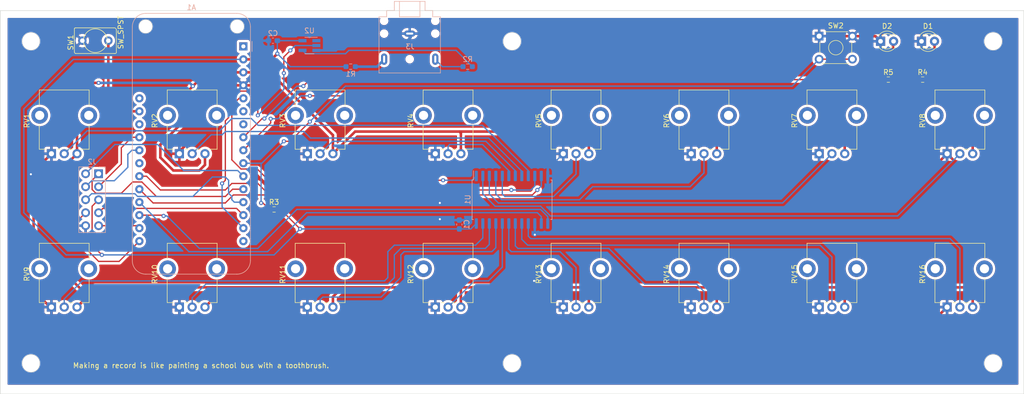
<source format=kicad_pcb>
(kicad_pcb (version 20221018) (generator pcbnew)
  (layers (0 "F.Cu" signal) (31 "B.Cu" signal) (34 "B.Paste" user) (35 "F.Paste" user) (36 "B.SilkS" user "B.Silkscreen") (37 "F.SilkS" user "F.Silkscreen") (38 "B.Mask" user) (39 "F.Mask" user) (44 "Edge.Cuts" user))
  (net 0 "")
  (net 2 "+3.3V")
  (net 3 "+3.3VA")
  (net 4 "GND")
  (net 5 "Net-(A1-A0)")
  (net 8 "Net-(A1-A3)")
  (net 9 "Net-(A1-A4)")
  (net 10 "Net-(A1-A5)")
  (net 11 "Net-(A1-SCK)")
  (net 12 "Net-(A1-MOSI)")
  (net 13 "Net-(A1-MISO)")
  (net 14 "Net-(A1-RX)")
  (net 15 "Net-(A1-TX)")
  (net 17 "Net-(A1-SDA)")
  (net 18 "Net-(A1-SCL)")
  (net 19 "Net-(A1-D0)")
  (net 20 "Net-(A1-D1)")
  (net 21 "Net-(A1-D2)")
  (net 22 "Net-(A1-D3)")
  (net 24 "Net-(A1-D5)")
  (net 25 "Net-(A1-D6)")
  (net 27 "Net-(A1-EN)")
  (net 29 "Net-(D1-A)")
  (net 30 "Net-(D2-A)")
  (net 31 "Net-(J3-PadR)")
  (net 32 "Net-(J3-PadT)")
  (net 33 "Net-(R2-Pad1)")
  (net 34 "Net-(U1-I0)")
  (net 35 "Net-(U1-I1)")
  (net 36 "Net-(U1-I2)")
  (net 37 "Net-(U1-I3)")
  (net 38 "Net-(U1-I4)")
  (net 39 "Net-(U1-I5)")
  (net 40 "Net-(U1-I6)")
  (net 41 "Net-(U1-I7)")
  (net 42 "Net-(U1-I8)")
  (net 43 "Net-(U1-I9)")
  (net 44 "Net-(U1-I10)")
  (net 45 "Net-(U1-I11)")
  (net 46 "Net-(U1-I12)")
  (net 47 "Net-(U1-I13)")
  (net 48 "Net-(U1-I14)")
  (net 49 "Net-(U1-I15)")
  (footprint "Potentiometer_THT:Potentiometer_Alpha_RD901F-40-00D_Single_Vertical_CircularHoles" (layer "F.Cu") (at 160 108 90)
    (fp_text reference "RV13")
    (fp_text value "R_Potentiometer" hide)
  )
  (footprint "Potentiometer_THT:Potentiometer_Alpha_RD901F-40-00D_Single_Vertical_CircularHoles" (layer "F.Cu") (at 210 78 90)
    (fp_text reference "RV7")
    (fp_text value "R_Potentiometer" hide)
  )
  (footprint "Potentiometer_THT:Potentiometer_Alpha_RD901F-40-00D_Single_Vertical_CircularHoles" (layer "F.Cu") (at 185 108 90)
    (fp_text reference "RV14")
    (fp_text value "R_Potentiometer" hide)
  )
  (footprint "Resistor_SMD:R_0603_1608Metric_Pad0.98x0.95mm_HandSolder" (layer "F.Cu") (at 223.52 63.5)
    (fp_text reference "R5")
    (fp_text value "68R")
  )
  (footprint "Potentiometer_THT:Potentiometer_Alpha_RD901F-40-00D_Single_Vertical_CircularHoles" (layer "F.Cu") (at 235 78 90)
    (fp_text reference "RV8")
    (fp_text value "R_Potentiometer" hide)
  )
  (footprint "Potentiometer_THT:Potentiometer_Alpha_RD901F-40-00D_Single_Vertical_CircularHoles" (layer "F.Cu") (at 135 108 90)
    (fp_text reference "RV12")
    (fp_text value "R_Potentiometer" hide)
  )
  (footprint "Potentiometer_THT:Potentiometer_Alpha_RD901F-40-00D_Single_Vertical_CircularHoles" (layer "F.Cu") (at 85 108 90)
    (fp_text reference "RV10")
    (fp_text value "R_Potentiometer" hide)
  )
  (footprint "Potentiometer_THT:Potentiometer_Alpha_RD901F-40-00D_Single_Vertical_CircularHoles" (layer "F.Cu") (at 85 78 90)
    (fp_text reference "RV2")
    (fp_text value "R_Potentiometer")
  )
  (footprint "Potentiometer_THT:Potentiometer_Alpha_RD901F-40-00D_Single_Vertical_CircularHoles" (layer "F.Cu") (at 110 108 90)
    (fp_text reference "RV11")
    (fp_text value "R_Potentiometer" hide)
  )
  (footprint "Potentiometer_THT:Potentiometer_Alpha_RD901F-40-00D_Single_Vertical_CircularHoles" (layer "F.Cu") (at 235 108 90)
    (fp_text reference "RV16")
    (fp_text value "R_Potentiometer" hide)
  )
  (footprint "Potentiometer_THT:Potentiometer_Alpha_RD901F-40-00D_Single_Vertical_CircularHoles" (layer "F.Cu") (at 160 78 90)
    (fp_text reference "RV5")
    (fp_text value "R_Potentiometer" hide)
  )
  (footprint "Potentiometer_THT:Potentiometer_Alpha_RD901F-40-00D_Single_Vertical_CircularHoles" (layer "F.Cu") (at 110 78 90)
    (fp_text reference "RV3")
    (fp_text value "R_Potentiometer" hide)
  )
  (footprint "Potentiometer_THT:Potentiometer_Alpha_RD901F-40-00D_Single_Vertical_CircularHoles" (layer "F.Cu") (at 185 78 90)
    (fp_text reference "RV6")
    (fp_text value "R_Potentiometer" hide)
  )
  (footprint "PCM_4ms_Switch:Switch_Toggle_SPST_SubMini" (layer "F.Cu") (at 68.58 55.88 90)
    (fp_text reference "SW1")
    (fp_text value "SW_SPST")
  )
  (footprint "LED_THT:LED_D3.0mm" (layer "F.Cu") (at 222 56)
    (fp_text reference "D2")
    (fp_text value "LED")
  )
  (footprint "Resistor_SMD:R_0603_1608Metric_Pad0.98x0.95mm_HandSolder" (layer "F.Cu") (at 103.505 88.9)
    (fp_text reference "R3")
    (fp_text value "10k")
  )
  (footprint "LED_THT:LED_D3.0mm" (layer "F.Cu") (at 230 56)
    (fp_text reference "D1")
    (fp_text value "LED")
  )
  (footprint "Potentiometer_THT:Potentiometer_Alpha_RD901F-40-00D_Single_Vertical_CircularHoles" (layer "F.Cu") (at 60 78 90)
    (fp_text reference "RV1")
    (fp_text value "R_Potentiometer" hide)
  )
  (footprint "Potentiometer_THT:Potentiometer_Alpha_RD901F-40-00D_Single_Vertical_CircularHoles" (layer "F.Cu") (at 210 108 90)
    (fp_text reference "RV15")
    (fp_text value "R_Potentiometer" hide)
  )
  (footprint "Resistor_SMD:R_0603_1608Metric_Pad0.98x0.95mm_HandSolder" (layer "F.Cu") (at 230.2275 63.5)
    (fp_text reference "R4")
    (fp_text value "68R")
  )
  (footprint "Potentiometer_THT:Potentiometer_Alpha_RD901F-40-00D_Single_Vertical_CircularHoles" (layer "F.Cu") (at 60 108 90)
    (fp_text reference "RV9")
    (fp_text value "R_Potentiometer" hide)
  )
  (footprint "Button_Switch_THT:SW_TH_Tactile_Omron_B3F-10xx" (layer "F.Cu") (at 210 55)
    (fp_text reference "SW2")
    (fp_text value "SW_Push")
  )
  (footprint "Potentiometer_THT:Potentiometer_Alpha_RD901F-40-00D_Single_Vertical_CircularHoles" (layer "F.Cu") (at 135 78 90)
    (fp_text reference "RV4")
    (fp_text value "R_Potentiometer" hide)
  )
  (footprint "Package_SO:SOIC-24W_7.5x15.4mm_P1.27mm" (layer "B.Cu") (at 150 87 -90)
    (fp_text reference "U1")
    (fp_text value "CD74HC4067M")
  )
  (footprint "Connector_PinHeader_2.54mm:PinHeader_2x05_P2.54mm_Vertical" (layer "B.Cu") (at 69.215 81.92 180)
    (fp_text reference "J2")
    (fp_text value "Conn_02x05_Top_Bottom" hide)
  )
  (footprint "Resistor_SMD:R_0603_1608Metric_Pad0.98x0.95mm_HandSolder" (layer "B.Cu") (at 118.4675 60.96)
    (fp_text reference "R1")
    (fp_text value "30R")
  )
  (footprint "Resistor_SMD:R_0603_1608Metric_Pad0.98x0.95mm_HandSolder" (layer "B.Cu") (at 141.3275 60.96 180)
    (fp_text reference "R2")
    (fp_text value "10R")
  )
  (footprint "Module:Adafruit_Feather" (layer "B.Cu") (at 97.5 57 180)
    (fp_text reference "A1")
    (fp_text value "Adafruit_Feather_Generic")
  )
  (footprint "Connector_Audio:Jack_3.5mm_CUI_SJ1-3523N_Horizontal" (layer "B.Cu") (at 130 54.5)
    (fp_text reference "J3")
    (fp_text value "AudioJack3")
  )
  (footprint "Capacitor_SMD:C_0603_1608Metric_Pad1.08x0.95mm_HandSolder" (layer "B.Cu") (at 103.2775 55.88 180)
    (fp_text reference "C2")
    (fp_text value "100nF")
  )
  (footprint "Capacitor_SMD:C_0603_1608Metric_Pad1.08x0.95mm_HandSolder" (layer "B.Cu") (at 139.7 91.8475 90)
    (fp_text reference "C1")
    (fp_text value "100nF")
  )
  (footprint "Package_TO_SOT_SMD:SOT-23-5_HandSoldering" (layer "B.Cu") (at 110.41 56.83 180)
    (fp_text reference "U2")
    (fp_text value "74LVC1G07")
  )
  (gr_rect locked (start 50 50) (end 250 125) (stroke (width 0.1)) (fill none) (layer "Edge.Cuts"))
  (gr_circle (center 56 119) (end 57.75 119) (stroke (width 0.1)) (fill none) (layer "Edge.Cuts"))
  (gr_circle (center 150 56) (end 151.75 56) (stroke (width 0.1)) (fill none) (layer "Edge.Cuts"))
  (gr_circle (center 78.4 53.1) (end 79.75 53.1) (stroke (width 0.1)) (fill none) (layer "Edge.Cuts"))
  (gr_circle (center 96.3 53.1) (end 97.65 53.1) (stroke (width 0.1)) (fill none) (layer "Edge.Cuts"))
  (gr_circle (center 150 119) (end 151.75 119) (stroke (width 0.1)) (fill none) (layer "Edge.Cuts"))
  (gr_circle (center 56 56) (end 57.75 56) (stroke (width 0.1)) (fill none) (layer "Edge.Cuts"))
  (gr_circle (center 244 56) (end 245.75 56) (stroke (width 0.1)) (fill none) (layer "Edge.Cuts"))
  (gr_circle (center 244 119) (end 245.75 119) (stroke (width 0.1)) (fill none) (layer "Edge.Cuts"))
  (gr_text "Making a record is like painting a school bus with a toothbrush." (at 64.135 120.015) (layer "F.SilkS") (effects (font (size 1 1)) (justify left bottom)))
  (segment (start 69.85 97.79) (end 67.945 95.885) (width 0.25) (layer "F.Cu") (net 2))
  (segment (start 104.4175 88.9) (end 104.775 88.9) (width 0.25) (layer "F.Cu") (net 2))
  (segment (start 103.02 59.54) (end 104.14 58.42) (width 0.5) (layer "F.Cu") (net 2))
  (segment (start 97.5 59.54) (end 103.02 59.54) (width 0.5) (layer "F.Cu") (net 2))
  (segment (start 67.945 95.885) (end 67.945 88.27) (width 0.25) (layer "F.Cu") (net 2))
  (segment (start 104.775 88.9) (end 108.585 92.71) (width 0.25) (layer "F.Cu") (net 2))
  (segment (start 67.945 88.27) (end 69.215 87) (width 0.25) (layer "F.Cu") (net 2))
  (via (at 108.585 92.71) (size 0.8) (drill 0.4) (layers "F.Cu" "B.Cu") (net 2))
  (via (at 69.85 97.79) (size 0.8) (drill 0.4) (layers "F.Cu" "B.Cu") (net 2))
  (via (at 104.14 58.42) (size 0.8) (drill 0.4) (layers "F.Cu" "B.Cu") (net 2))
  (segment (start 139.7 92.71) (end 141.955 92.71) (width 0.25) (layer "B.Cu") (net 2))
  (segment (start 64.285 59.54) (end 97.5 59.54) (width 0.25) (layer "B.Cu") (net 2))
  (segment (start 141.955 92.71) (end 143.015 91.65) (width 0.25) (layer "B.Cu") (net 2))
  (segment (start 62.865 97.79) (end 54.61 89.535) (width 0.25) (layer "B.Cu") (net 2))
  (segment (start 106.68 60.96) (end 104.14 58.42) (width 0.25) (layer "B.Cu") (net 2))
  (segment (start 139.7 92.71) (end 108.585 92.71) (width 0.25) (layer "B.Cu") (net 2))
  (segment (start 108.585 92.71) (end 103.505 97.79) (width 0.25) (layer "B.Cu") (net 2))
  (segment (start 117.555 60.96) (end 106.68 60.96) (width 0.25) (layer "B.Cu") (net 2))
  (segment (start 54.61 69.215) (end 64.285 59.54) (width 0.25) (layer "B.Cu") (net 2))
  (segment (start 104.14 55.88) (end 109.06 55.88) (width 0.25) (layer "B.Cu") (net 2))
  (segment (start 104.14 58.42) (end 104.14 55.88) (width 0.25) (layer "B.Cu") (net 2))
  (segment (start 54.61 89.535) (end 54.61 69.215) (width 0.25) (layer "B.Cu") (net 2))
  (segment (start 103.505 97.79) (end 62.865 97.79) (width 0.25) (layer "B.Cu") (net 2))
  (segment (start 165 78) (end 165 73.76) (width 0.5) (layer "F.Cu") (net 3))
  (segment (start 115 105.98) (end 116.84 104.14) (width 0.5) (layer "F.Cu") (net 3))
  (segment (start 165 104.24) (end 165.1 104.14) (width 0.5) (layer "F.Cu") (net 3))
  (segment (start 190.5 73.66) (end 215.9 73.66) (width 0.5) (layer "F.Cu") (net 3))
  (segment (start 56.515 86.485) (end 56.515 95.25) (width 0.5) (layer "F.Cu") (net 3))
  (segment (start 190 74.16) (end 190.5 73.66) (width 0.5) (layer "F.Cu") (net 3))
  (segment (start 215 74.56) (end 215.9 73.66) (width 0.5) (layer "F.Cu") (net 3))
  (segment (start 68.58 104.42) (end 68.58 104.14) (width 0.5) (layer "F.Cu") (net 3))
  (segment (start 139.7 104.14) (end 165.1 104.14) (width 0.5) (layer "F.Cu") (net 3))
  (segment (start 90 108) (end 91.44 106.56) (width 0.5) (layer "F.Cu") (net 3))
  (segment (start 68.58 104.14) (end 91.44 104.14) (width 0.5) (layer "F.Cu") (net 3))
  (segment (start 215.9 104.14) (end 238.76 104.14) (width 0.5) (layer "F.Cu") (net 3))
  (segment (start 139.7 73.66) (end 165.1 73.66) (width 0.5) (layer "F.Cu") (net 3))
  (segment (start 91.44 104.14) (end 116.84 104.14) (width 0.5) (layer "F.Cu") (net 3))
  (segment (start 240 105.38) (end 240 108) (width 0.5) (layer "F.Cu") (net 3))
  (segment (start 66.04 104.775) (end 66.04 106.96) (width 0.5) (layer "F.Cu") (net 3))
  (segment (start 240 74.9) (end 240 78) (width 0.5) (layer "F.Cu") (net 3))
  (segment (start 190.5 104.14) (end 215.9 104.14) (width 0.5) (layer "F.Cu") (net 3))
  (segment (start 140 108) (end 140 104.44) (width 0.5) (layer "F.Cu") (net 3))
  (segment (start 56.515 95.25) (end 66.04 104.775) (width 0.5) (layer "F.Cu") (net 3))
  (segment (start 215 105.04) (end 215.9 104.14) (width 0.5) (layer "F.Cu") (net 3))
  (segment (start 140 104.44) (end 139.7 104.14) (width 0.5) (layer "F.Cu") (net 3))
  (segment (start 91.44 106.56) (end 91.44 104.14) (width 0.5) (layer "F.Cu") (net 3))
  (segment (start 65 108) (end 68.58 104.42) (width 0.5) (layer "F.Cu") (net 3))
  (segment (start 115 78) (end 115 74.36) (width 0.5) (layer "F.Cu") (net 3))
  (segment (start 115 108) (end 115 105.98) (width 0.5) (layer "F.Cu") (net 3))
  (segment (start 215 78) (end 215 74.56) (width 0.5) (layer "F.Cu") (net 3))
  (segment (start 63.5 67.945) (end 67.31 64.135) (width 0.5) (layer "F.Cu") (net 3))
  (segment (start 115 78) (end 119.34 73.66) (width 0.5) (layer "F.Cu") (net 3))
  (segment (start 215 108) (end 215 105.04) (width 0.5) (layer "F.Cu") (net 3))
  (segment (start 238.76 104.14) (end 240 105.38) (width 0.5) (layer "F.Cu") (net 3))
  (segment (start 63.5 73.025) (end 63.5 67.945) (width 0.5) (layer "F.Cu") (net 3))
  (segment (start 119.34 73.66) (end 139.7 73.66) (width 0.5) (layer "F.Cu") (net 3))
  (segment (start 83.82 81.28) (end 81.28 78.74) (width 0.5) (layer "F.Cu") (net 3))
  (segment (start 165 73.76) (end 165.1 73.66) (width 0.5) (layer "F.Cu") (net 3))
  (segment (start 90 80.18) (end 88.9 81.28) (width 0.5) (layer "F.Cu") (net 3))
  (segment (start 165.1 73.66) (end 190.5 73.66) (width 0.5) (layer "F.Cu") (net 3))
  (segment (start 116.84 104.14) (end 139.7 104.14) (width 0.5) (layer "F.Cu") (net 3))
  (segment (start 65 78) (end 56.515 86.485) (width 0.5) (layer "F.Cu") (net 3))
  (segment (start 90.32 62.08) (end 97.5 62.08) (width 0.5) (layer "F.Cu") (net 3))
  (segment (start 65 78) (end 65 74.525) (width 0.5) (layer "F.Cu") (net 3))
  (segment (start 102.72 62.08) (end 97.5 62.08) (width 0.5) (layer "F.Cu") (net 3))
  (segment (start 67.31 64.135) (end 69.215 64.135) (width 0.5) (layer "F.Cu") (net 3))
  (segment (start 115 74.36) (end 102.72 62.08) (width 0.5) (layer "F.Cu") (net 3))
  (segment (start 165.1 104.14) (end 190.5 104.14) (width 0.5) (layer "F.Cu") (net 3))
  (segment (start 215.9 73.66) (end 238.76 73.66) (width 0.5) (layer "F.Cu") (net 3))
  (segment (start 140 78) (end 140 73.96) (width 0.5) (layer "F.Cu") (net 3))
  (segment (start 90 78) (end 90 80.18) (width 0.5) (layer "F.Cu") (net 3))
  (segment (start 81.28 78.74) (end 81.28 76.2) (width 0.5) (layer "F.Cu") (net 3))
  (segment (start 66.04 106.96) (end 65 108) (width 0.5) (layer "F.Cu") (net 3))
  (segment (start 86.36 71.12) (end 86.36 66.04) (width 0.5) (layer "F.Cu") (net 3))
  (segment (start 65 74.525) (end 63.5 73.025) (width 0.5) (layer "F.Cu") (net 3))
  (segment (start 140 73.96) (end 139.7 73.66) (width 0.5) (layer "F.Cu") (net 3))
  (segment (start 190 78) (end 190 74.16) (width 0.5) (layer "F.Cu") (net 3))
  (segment (start 81.28 76.2) (end 86.36 71.12) (width 0.5) (layer "F.Cu") (net 3))
  (segment (start 88.9 81.28) (end 83.82 81.28) (width 0.5) (layer "F.Cu") (net 3))
  (segment (start 190 104.64) (end 190.5 104.14) (width 0.5) (layer "F.Cu") (net 3))
  (segment (start 86.36 66.04) (end 87.63 64.77) (width 0.5) (layer "F.Cu") (net 3))
  (segment (start 87.63 64.77) (end 90.32 62.08) (width 0.5) (layer "F.Cu") (net 3))
  (segment (start 238.76 73.66) (end 240 74.9) (width 0.5) (layer "F.Cu") (net 3))
  (segment (start 165 108) (end 165 104.24) (width 0.5) (layer "F.Cu") (net 3))
  (segment (start 190 108) (end 190 104.64) (width 0.5) (layer "F.Cu") (net 3))
  (via (at 87.63 64.77) (size 0.8) (drill 0.4) (layers "F.Cu" "B.Cu") (net 3))
  (via (at 69.215 64.135) (size 0.8) (drill 0.4) (layers "F.Cu" "B.Cu") (net 3))
  (segment (start 69.215 64.135) (end 86.995 64.135) (width 0.5) (layer "B.Cu") (net 3))
  (segment (start 86.995 64.135) (end 87.63 64.77) (width 0.5) (layer "B.Cu") (net 3))
  (segment (start 210 80.46) (end 210.82 81.28) (width 0.5) (layer "F.Cu") (net 4))
  (segment (start 92.71 77.47) (end 88.9 73.66) (width 0.5) (layer "F.Cu") (net 4))
  (segment (start 160 78) (end 160 81.26) (width 0.5) (layer "F.Cu") (net 4))
  (segment (start 88.9 73.66) (end 88.9 68.58) (width 0.5) (layer "F.Cu") (net 4))
  (segment (start 60 110.165) (end 60.96 111.125) (width 0.5) (layer "F.Cu") (net 4))
  (segment (start 233.045 53.34) (end 245.11 65.405) (width 0.5) (layer "F.Cu") (net 4))
  (segment (start 210.82 81.28) (end 231.72 81.28) (width 0.5) (layer "F.Cu") (net 4))
  (segment (start 133.985 111.125) (end 159.385 111.125) (width 0.5) (layer "F.Cu") (net 4))
  (segment (start 60 108) (end 59.74 108) (width 0.5) (layer "F.Cu") (net 4))
  (segment (start 105.94 78) (end 110 78) (width 0.5) (layer "F.Cu") (net 4))
  (segment (start 85 78) (end 85 77.56) (width 0.5) (layer "F.Cu") (net 4))
  (segment (start 135.89 90.805) (end 135.89 87.63) (width 0.25) (layer "F.Cu") (net 4))
  (segment (start 97.5 64.62) (end 98.91 64.62) (width 0.5) (layer "F.Cu") (net 4))
  (segment (start 53.34 84.66) (end 55.9825 82.0175) (width 0.5) (layer "F.Cu") (net 4))
  (segment (start 208.915 111.125) (end 231.875 111.125) (width 0.5) (layer "F.Cu") (net 4))
  (segment (start 135 80.9) (end 134.62 81.28) (width 0.5) (layer "F.Cu") (net 4))
  (segment (start 223.52 53.34) (end 230 53.34) (width 0.5) (layer "F.Cu") (net 4))
  (segment (start 104.14 76.2) (end 105.94 78) (width 0.5) (layer "F.Cu") (net 4))
  (segment (start 237.01 80.01) (end 235 78) (width 0.5) (layer "F.Cu") (net 4))
  (segment (start 216.5 55) (end 221 55) (width 0.5) (layer "F.Cu") (net 4))
  (segment (start 72.39 53.34) (end 78.74 59.69) (width 0.5) (layer "F.Cu") (net 4))
  (segment (start 110 79.52) (end 111.76 81.28) (width 0.5) (layer "F.Cu") (net 4))
  (segment (start 184.15 111.125) (end 208.915 111.125) (width 0.5) (layer "F.Cu") (net 4))
  (segment (start 245.11 80.01) (end 237.01 80.01) (width 0.5) (layer "F.Cu") (net 4))
  (segment (start 159.385 111.125) (end 184.15 111.125) (width 0.5) (layer "F.Cu") (net 4))
  (segment (start 104.14 69.85) (end 104.14 76.2) (width 0.5) (layer "F.Cu") (net 4))
  (segment (start 66.04 55.88) (end 68.58 53.34) (width 0.5) (layer "F.Cu") (net 4))
  (segment (start 160.02 81.28) (end 185.42 81.28) (width 0.5) (layer "F.Cu") (net 4))
  (segment (start 230 53.34) (end 233.045 53.34) (width 0.5) (layer "F.Cu") (net 4))
  (segment (start 59.74 108) (end 53.34 101.6) (width 0.5) (layer "F.Cu") (net 4))
  (segment (start 185 78) (end 185 80.86) (width 0.5) (layer "F.Cu") (net 4))
  (segment (start 154.445 93.84) (end 154.445 102.73) (width 0.25) (layer "F.Cu") (net 4))
  (segment (start 53.34 68.58) (end 53.34 84.66) (width 0.5) (layer "F.Cu") (net 4))
  (segment (start 185 110.275) (end 184.15 111.125) (width 0.5) (layer "F.Cu") (net 4))
  (segment (start 88.9 68.58) (end 92.86 64.62) (width 0.5) (layer "F.Cu") (net 4))
  (segment (start 55.9825 82.0175) (end 60 78) (width 0.5) (layer "F.Cu") (net 4))
  (segment (start 134.62 81.28) (end 160.02 81.28) (width 0.5) (layer "F.Cu") (net 4))
  (segment (start 210 55) (end 216.5 55) (width 0.5) (layer "F.Cu") (net 4))
  (segment (start 222 56) (end 222 54.86) (width 0.5) (layer "F.Cu") (net 4))
  (segment (start 222 54.86) (end 223.52 53.34) (width 0.5) (layer "F.Cu") (net 4))
  (segment (start 85 108) (end 85 109.945) (width 0.5) (layer "F.Cu") (net 4))
  (segment (start 210 110.04) (end 208.915 111.125) (width 0.5) (layer "F.Cu") (net 4))
  (segment (start 78.74 59.69) (end 78.74 78.74) (width 0.5) (layer "F.Cu") (net 4))
  (segment (start 66.04 55.88) (end 53.34 68.58) (width 0.5) (layer "F.Cu") (net 4))
  (segment (start 85 109.945) (end 83.82 111.125) (width 0.5) (layer "F.Cu") (net 4))
  (segment (start 245.11 65.405) (end 245.11 80.01) (width 0.5) (layer "F.Cu") (net 4))
  (segment (start 60.96 111.125) (end 83.82 111.125) (width 0.5) (layer "F.Cu") (net 4))
  (segment (start 83.82 111.125) (end 109.22 111.125) (width 0.5) (layer "F.Cu") (net 4))
  (segment (start 160 108) (end 160 110.51) (width 0.25) (layer "F.Cu") (net 4))
  (segment (start 230 56) (end 230 53.34) (width 0.5) (layer "F.Cu") (net 4))
  (segment (start 111.76 81.28) (end 134.62 81.28) (width 0.5) (layer "F.Cu") (net 4))
  (segment (start 160 110.51) (end 159.385 111.125) (width 0.25) (layer "F.Cu") (net 4))
  (segment (start 135 108) (end 135 110.11) (width 0.5) (layer "F.Cu") (net 4))
  (segment (start 110 108) (end 110 110.345) (width 0.5) (layer "F.Cu") (net 4))
  (segment (start 185 108) (end 185 110.275) (width 0.5) (layer "F.Cu") (net 4))
  (segment (start 231.875 111.125) (end 235 108) (width 0.5) (layer "F.Cu") (net 4))
  (segment (start 53.34 101.6) (end 53.34 84.66) (width 0.5) (layer "F.Cu") (net 4))
  (segment (start 210 78) (end 210 80.46) (width 0.5) (layer "F.Cu") (net 4))
  (segment (start 221 55) (end 222 56) (width 0.5) (layer "F.Cu") (net 4))
  (segment (start 154.445 102.73) (end 154.305 102.87) (width 0.25) (layer "F.Cu") (net 4))
  (segment (start 78.74 78.74) (end 83.82 83.82) (width 0.5) (layer "F.Cu") (net 4))
  (segment (start 185.42 81.28) (end 210.82 81.28) (width 0.5) (layer "F.Cu") (net 4))
  (segment (start 92.71 82.55) (end 92.71 77.47) (width 0.5) (layer "F.Cu") (net 4))
  (segment (start 91.44 83.82) (end 92.71 82.55) (width 0.5) (layer "F.Cu") (net 4))
  (segment (start 231.72 81.28) (end 235 78) (width 0.5) (layer "F.Cu") (net 4))
  (segment (start 92.86 64.62) (end 97.5 64.62) (width 0.5) (layer "F.Cu") (net 4))
  (segment (start 135 78) (end 135 80.9) (width 0.5) (layer "F.Cu") (net 4))
  (segment (start 98.91 64.62) (end 104.14 69.85) (width 0.5) (layer "F.Cu") (net 4))
  (segment (start 185 80.86) (end 185.42 81.28) (width 0.5) (layer "F.Cu") (net 4))
  (segment (start 110 110.345) (end 109.22 111.125) (width 0.5) (layer "F.Cu") (net 4))
  (segment (start 109.22 111.125) (end 133.985 111.125) (width 0.5) (layer "F.Cu") (net 4))
  (segment (start 160 81.26) (end 160.02 81.28) (width 0.5) (layer "F.Cu") (net 4))
  (segment (start 60 108) (end 60 110.165) (width 0.5) (layer "F.Cu") (net 4))
  (segment (start 83.82 83.82) (end 91.44 83.82) (width 0.5) (layer "F.Cu") (net 4))
  (segment (start 68.58 53.34) (end 72.39 53.34) (width 0.5) (layer "F.Cu") (net 4))
  (segment (start 85 77.56) (end 88.9 73.66) (width 0.5) (layer "F.Cu") (net 4))
  (segment (start 135 110.11) (end 133.985 111.125) (width 0.5) (layer "F.Cu") (net 4))
  (segment (start 110 78) (end 110 79.52) (width 0.5) (layer "F.Cu") (net 4))
  (segment (start 210 108) (end 210 110.04) (width 0.5) (layer "F.Cu") (net 4))
  (via (at 135.89 87.63) (size 0.8) (drill 0.4) (layers "F.Cu" "B.Cu") (net 4))
  (via (at 154.305 102.87) (size 0.8) (drill 0.4) (layers "F.Cu" "B.Cu") (net 4))
  (via (at 55.9825 82.0175) (size 0.8) (drill 0.4) (layers "F.Cu" "B.Cu") (net 4))
  (via (at 154.445 93.84) (size 0.8) (drill 0.4) (layers "F.Cu" "B.Cu") (net 4))
  (via (at 135.89 90.805) (size 0.8) (drill 0.4) (layers "F.Cu" "B.Cu") (net 4))
  (segment (start 116.835 56.515) (end 128.905 56.515) (width 0.5) (layer "B.Cu") (net 4))
  (segment (start 154.305 106.045) (end 156.26 108) (width 0.25) (layer "B.Cu") (net 4))
  (segment (start 102.415 55.88) (end 102.415 54.43) (width 0.25) (layer "B.Cu") (net 4))
  (segment (start 66.675 92.08) (end 60.33 92.08) (width 0.25) (layer "B.Cu") (net 4))
  (segment (start 154.445 91.65) (end 154.445 93.84) (width 0.25) (layer "B.Cu") (net 4))
  (segment (start 55.88 82.12) (end 55.9825 82.0175) (width 0.25) (layer "B.Cu") (net 4))
  (segment (start 139.7 90.985) (end 136.07 90.985) (width 0.25) (layer "B.Cu") (net 4))
  (segment (start 115.57 57.78) (end 111.76 57.78) (width 0.5) (layer "B.Cu") (net 4))
  (segment (start 128.905 56.515) (end 130.175 55.245) (width 0.5) (layer "B.Cu") (net 4))
  (segment (start 156.26 108) (end 160 108) (width 0.25) (layer "B.Cu") (net 4))
  (segment (start 102.415 59.705) (end 97.5 64.62) (width 0.25) (layer "B.Cu") (net 4))
  (segment (start 135.89 87.63) (end 135 86.74) (width 0.25) (layer "B.Cu") (net 4))
  (segment (start 135 86.74) (end 135 78) (width 0.25) (layer "B.Cu") (net 4))
  (segment (start 102.87 53.975) (end 114.3 53.975) (width 0.25) (layer "B.Cu") (net 4))
  (segment (start 156.985 81.015) (end 160 78) (width 0.25) (layer "B.Cu") (net 4))
  (segment (start 154.305 93.98) (end 154.445 93.84) (width 0.25) (layer "B.Cu") (net 4))
  (segment (start 55.88 87.63) (end 55.88 82.12) (width 0.25) (layer "B.Cu") (net 4))
  (segment (start 114.3 53.975) (end 115.57 55.245) (width 0.25) (layer "B.Cu") (net 4))
  (segment (start 136.07 90.985) (end 135.89 90.805) (width 0.25) (layer "B.Cu") (net 4))
  (segment (start 130.175 54.745) (end 130 54.57) (width 0.5) (layer "B.Cu") (net 4))
  (segment (start 115.57 55.245) (end 115.57 57.78) (width 0.25) (layer "B.Cu") (net 4))
  (segment (start 102.415 54.43) (end 102.87 53.975) (width 0.25) (layer "B.Cu") (net 4))
  (segment (start 102.415 55.88) (end 102.415 59.705) (width 0.25) (layer "B.Cu") (net 4))
  (segment (start 60.33 92.08) (end 55.88 87.63) (width 0.25) (layer "B.Cu") (net 4))
  (segment (start 115.57 57.78) (end 116.835 56.515) (width 0.5) (layer "B.Cu") (net 4))
  (segment (start 130.175 55.245) (end 130.175 54.745) (width 0.5) (layer "B.Cu") (net 4))
  (segment (start 154.305 102.87) (end 154.305 106.045) (width 0.25) (layer "B.Cu") (net 4))
  (segment (start 156.985 82.35) (end 156.985 81.015) (width 0.25) (layer "B.Cu") (net 4))
  (segment (start 95.25 68.58) (end 96.67 67.16) (width 0.25) (layer "F.Cu") (net 5))
  (segment (start 100.215991 80.985) (end 97.034009 80.985) (width 0.25) (layer "F.Cu") (net 5))
  (segment (start 97.034009 80.985) (end 95.25 79.200991) (width 0.25) (layer "F.Cu") (net 5))
  (segment (start 95.25 79.200991) (end 95.25 68.58) (width 0.25) (layer "F.Cu") (net 5))
  (segment (start 136.525 83.185) (end 102.415991 83.185) (width 0.25) (layer "F.Cu") (net 5))
  (segment (start 96.67 67.16) (end 97.5 67.16) (width 0.25) (layer "F.Cu") (net 5))
  (segment (start 102.415991 83.185) (end 100.215991 80.985) (width 0.25) (layer "F.Cu") (net 5))
  (via (at 136.525 83.185) (size 0.8) (drill 0.4) (layers "F.Cu" "B.Cu") (net 5))
  (segment (start 143.015 82.35) (end 142.18 83.185) (width 0.25) (layer "B.Cu") (net 5))
  (segment (start 142.18 83.185) (end 136.525 83.185) (width 0.25) (layer "B.Cu") (net 5))
  (segment (start 101.6 71.12) (end 101.16 71.12) (width 0.25) (layer "F.Cu") (net 8))
  (segment (start 101.16 71.12) (end 97.5 74.78) (width 0.25) (layer "F.Cu") (net 8))
  (segment (start 110.49 63.5) (end 109.22 64.77) (width 0.25) (layer "F.Cu") (net 8))
  (segment (start 222.6075 63.5) (end 110.49 63.5) (width 0.25) (layer "F.Cu") (net 8))
  (via (at 101.6 71.12) (size 0.8) (drill 0.4) (layers "F.Cu" "B.Cu") (net 8))
  (via (at 109.22 64.77) (size 0.8) (drill 0.4) (layers "F.Cu" "B.Cu") (net 8))
  (segment (start 109.22 64.77) (end 107.95 64.77) (width 0.25) (layer "B.Cu") (net 8))
  (segment (start 107.95 64.77) (end 101.6 71.12) (width 0.25) (layer "B.Cu") (net 8))
  (segment (start 102.833959 71.156041) (end 102.833959 71.986041) (width 0.25) (layer "F.Cu") (net 9))
  (segment (start 229.315 63.5) (end 228.6 63.5) (width 0.25) (layer "F.Cu") (net 9))
  (segment (start 225.425 66.675) (end 110.49 66.675) (width 0.25) (layer "F.Cu") (net 9))
  (segment (start 102.833959 71.986041) (end 97.5 77.32) (width 0.25) (layer "F.Cu") (net 9))
  (segment (start 228.6 63.5) (end 225.425 66.675) (width 0.25) (layer "F.Cu") (net 9))
  (via (at 102.833959 71.156041) (size 0.8) (drill 0.4) (layers "F.Cu" "B.Cu") (net 9))
  (via (at 110.49 66.675) (size 0.8) (drill 0.4) (layers "F.Cu" "B.Cu") (net 9))
  (segment (start 108.774354 66.675) (end 104.293313 71.156041) (width 0.25) (layer "B.Cu") (net 9))
  (segment (start 104.293313 71.156041) (end 102.833959 71.156041) (width 0.25) (layer "B.Cu") (net 9))
  (segment (start 110.49 66.675) (end 108.774354 66.675) (width 0.25) (layer "B.Cu") (net 9))
  (segment (start 106.645 75.565) (end 105.41 75.565) (width 0.25) (layer "F.Cu") (net 10))
  (segment (start 101.3225 87.63) (end 102.5925 88.9) (width 0.25) (layer "F.Cu") (net 10))
  (segment (start 216.5 59.5) (end 210 59.5) (width 0.25) (layer "F.Cu") (net 10))
  (segment (start 110.49 71.72) (end 106.645 75.565) (width 0.25) (layer "F.Cu") (net 10))
  (segment (start 100.965 87.63) (end 101.3225 87.63) (width 0.25) (layer "F.Cu") (net 10))
  (via (at 105.41 75.565) (size 0.8) (drill 0.4) (layers "F.Cu" "B.Cu") (net 10))
  (via (at 110.49 71.72) (size 0.8) (drill 0.4) (layers "F.Cu" "B.Cu") (net 10))
  (via (at 100.965 87.63) (size 0.8) (drill 0.4) (layers "F.Cu" "B.Cu") (net 10))
  (segment (start 101.115 79.86) (end 100.965 79.86) (width 0.25) (layer "B.Cu") (net 10))
  (segment (start 204.73 64.77) (end 117.44 64.77) (width 0.25) (layer "B.Cu") (net 10))
  (segment (start 105.41 75.565) (end 101.115 79.86) (width 0.25) (layer "B.Cu") (net 10))
  (segment (start 100.965 79.86) (end 97.5 79.86) (width 0.25) (layer "B.Cu") (net 10))
  (segment (start 100.965 79.86) (end 100.965 87.63) (width 0.25) (layer "B.Cu") (net 10))
  (segment (start 117.44 64.77) (end 110.49 71.72) (width 0.25) (layer "B.Cu") (net 10))
  (segment (start 210 59.5) (end 204.73 64.77) (width 0.25) (layer "B.Cu") (net 10))
  (segment (start 80.745 76.195) (end 85.83 81.28) (width 0.25) (layer "B.Cu") (net 11))
  (segment (start 85.83 81.28) (end 96.38 81.28) (width 0.25) (layer "B.Cu") (net 11))
  (segment (start 72.4 76.195) (end 80.745 76.195) (width 0.25) (layer "B.Cu") (net 11))
  (segment (start 96.38 81.28) (end 97.5 82.4) (width 0.25) (layer "B.Cu") (net 11))
  (segment (start 66.675 81.92) (end 72.4 76.195) (width 0.25) (layer "B.Cu") (net 11))
  (segment (start 68.67 85.725) (end 73.66 85.725) (width 0.25) (layer "F.Cu") (net 12))
  (segment (start 77.668604 83.525) (end 80.503604 86.36) (width 0.25) (layer "F.Cu") (net 12))
  (segment (start 75.86 83.525) (end 77.668604 83.525) (width 0.25) (layer "F.Cu") (net 12))
  (segment (start 93.98 86.36) (end 95.4 84.94) (width 0.25) (layer "F.Cu") (net 12))
  (segment (start 95.4 84.94) (end 97.5 84.94) (width 0.25) (layer "F.Cu") (net 12))
  (segment (start 80.503604 86.36) (end 93.98 86.36) (width 0.25) (layer "F.Cu") (net 12))
  (segment (start 67.945 83.19) (end 67.945 85) (width 0.25) (layer "F.Cu") (net 12))
  (segment (start 67.945 85) (end 68.67 85.725) (width 0.25) (layer "F.Cu") (net 12))
  (segment (start 69.215 81.92) (end 67.945 83.19) (width 0.25) (layer "F.Cu") (net 12))
  (segment (start 73.66 85.725) (end 75.86 83.525) (width 0.25) (layer "F.Cu") (net 12))
  (segment (start 76.83 86.355) (end 87.635 86.355) (width 0.25) (layer "B.Cu") (net 13))
  (segment (start 94.615 85.725) (end 95.25 86.36) (width 0.25) (layer "B.Cu") (net 13))
  (segment (start 76.3 85.825) (end 76.83 86.355) (width 0.25) (layer "B.Cu") (net 13))
  (segment (start 67.85 85.825) (end 76.3 85.825) (width 0.25) (layer "B.Cu") (net 13))
  (segment (start 66.675 87) (end 67.85 85.825) (width 0.25) (layer "B.Cu") (net 13))
  (segment (start 87.635 86.355) (end 91.44 82.55) (width 0.25) (layer "B.Cu") (net 13))
  (segment (start 91.44 82.55) (end 93.98 82.55) (width 0.25) (layer "B.Cu") (net 13))
  (segment (start 95.735 87.48) (end 97.5 87.48) (width 0.25) (layer "B.Cu") (net 13))
  (segment (start 95.25 86.36) (end 95.25 86.995) (width 0.25) (layer "B.Cu") (net 13))
  (segment (start 93.98 82.55) (end 94.615 83.185) (width 0.25) (layer "B.Cu") (net 13))
  (segment (start 95.25 86.995) (end 95.735 87.48) (width 0.25) (layer "B.Cu") (net 13))
  (segment (start 94.615 83.185) (end 94.615 85.725) (width 0.25) (layer "B.Cu") (net 13))
  (segment (start 69.215 89.54) (end 70.065 88.69) (width 0.25) (layer "F.Cu") (net 14))
  (segment (start 70.065 88.69) (end 96.17 88.69) (width 0.25) (layer "F.Cu") (net 14))
  (segment (start 96.17 88.69) (end 97.5 90.02) (width 0.25) (layer "F.Cu") (net 14))
  (segment (start 94.615 70.935646) (end 93.98 71.570646) (width 0.25) (layer "F.Cu") (net 15))
  (segment (start 98.765 65.745) (end 96.18 65.745) (width 0.25) (layer "F.Cu") (net 15))
  (segment (start 100.33 67.31) (end 98.765 65.745) (width 0.25) (layer "F.Cu") (net 15))
  (segment (start 106.68 57.785) (end 105.41 59.055) (width 0.25) (layer "F.Cu") (net 15))
  (segment (start 105.41 59.055) (end 105.41 62.23) (width 0.25) (layer "F.Cu") (net 15))
  (segment (start 100.33 70.485) (end 100.33 67.31) (width 0.25) (layer "F.Cu") (net 15))
  (segment (start 94.615 67.31) (end 94.615 70.935646) (width 0.25) (layer "F.Cu") (net 15))
  (segment (start 93.98 71.570646) (end 93.98 83.185) (width 0.25) (layer "F.Cu") (net 15))
  (segment (start 96.18 65.745) (end 94.615 67.31) (width 0.25) (layer "F.Cu") (net 15))
  (segment (start 93.98 83.185) (end 93.345 83.82) (width 0.25) (layer "F.Cu") (net 15))
  (via (at 106.68 57.785) (size 0.8) (drill 0.4) (layers "F.Cu" "B.Cu") (net 15))
  (via (at 100.33 70.485) (size 0.8) (drill 0.4) (layers "F.Cu" "B.Cu") (net 15))
  (via (at 105.41 62.23) (size 0.8) (drill 0.4) (layers "F.Cu" "B.Cu") (net 15))
  (via (at 93.345 83.82) (size 0.8) (drill 0.4) (layers "F.Cu" "B.Cu") (net 15))
  (segment (start 93.345 83.82) (end 93.345 88.405) (width 0.25) (layer "B.Cu") (net 15))
  (segment (start 93.345 88.405) (end 97.5 92.56) (width 0.25) (layer "B.Cu") (net 15))
  (segment (start 111.76 56.83) (end 107.635 56.83) (width 0.25) (layer "B.Cu") (net 15))
  (segment (start 105.41 65.405) (end 100.33 70.485) (width 0.25) (layer "B.Cu") (net 15))
  (segment (start 107.635 56.83) (end 106.68 57.785) (width 0.25) (layer "B.Cu") (net 15))
  (segment (start 105.41 62.23) (end 105.41 65.405) (width 0.25) (layer "B.Cu") (net 15))
  (segment (start 64.77 94.615) (end 69.215 99.06) (width 0.25) (layer "F.Cu") (net 17))
  (segment (start 64.77 91.445) (end 64.77 94.615) (width 0.25) (layer "F.Cu") (net 17))
  (segment (start 73.22 99.06) (end 77.18 95.1) (width 0.25) (layer "F.Cu") (net 17))
  (segment (start 66.675 89.54) (end 64.77 91.445) (width 0.25) (layer "F.Cu") (net 17))
  (segment (start 69.215 99.06) (end 73.22 99.06) (width 0.25) (layer "F.Cu") (net 17))
  (segment (start 76.7 92.08) (end 77.18 92.56) (width 0.25) (layer "F.Cu") (net 18))
  (segment (start 69.215 92.08) (end 76.7 92.08) (width 0.25) (layer "F.Cu") (net 18))
  (segment (start 81.765 90.02) (end 77.18 90.02) (width 0.25) (layer "F.Cu") (net 19))
  (segment (start 81.915 90.17) (end 81.765 90.02) (width 0.25) (layer "F.Cu") (net 19))
  (via (at 81.915 90.17) (size 0.8) (drill 0.4) (layers "F.Cu" "B.Cu") (net 19))
  (segment (start 107.95 88.9) (end 100.33 96.52) (width 0.25) (layer "B.Cu") (net 19))
  (segment (start 100.33 96.52) (end 88.9 96.52) (width 0.25) (layer "B.Cu") (net 19))
  (segment (start 156.985 90.31) (end 155.575 88.9) (width 0.25) (layer "B.Cu") (net 19))
  (segment (start 156.985 91.65) (end 156.985 90.31) (width 0.25) (layer "B.Cu") (net 19))
  (segment (start 88.9 96.52) (end 82.55 90.17) (width 0.25) (layer "B.Cu") (net 19))
  (segment (start 82.55 90.17) (end 81.915 90.17) (width 0.25) (layer "B.Cu") (net 19))
  (segment (start 155.575 88.9) (end 107.95 88.9) (width 0.25) (layer "B.Cu") (net 19))
  (segment (start 86.855 97.155) (end 77.18 87.48) (width 0.25) (layer "B.Cu") (net 20))
  (segment (start 102.235 97.155) (end 86.855 97.155) (width 0.25) (layer "B.Cu") (net 20))
  (segment (start 155.715 90.31) (end 154.94 89.535) (width 0.25) (layer "B.Cu") (net 20))
  (segment (start 109.855 89.535) (end 102.235 97.155) (width 0.25) (layer "B.Cu") (net 20))
  (segment (start 154.94 89.535) (end 109.855 89.535) (width 0.25) (layer "B.Cu") (net 20))
  (segment (start 155.715 91.65) (end 155.715 90.31) (width 0.25) (layer "B.Cu") (net 20))
  (segment (start 79.87 87.63) (end 77.18 84.94) (width 0.25) (layer "F.Cu") (net 21))
  (segment (start 154.94 85.09) (end 153.965 86.065) (width 0.25) (layer "F.Cu") (net 21))
  (segment (start 153.965 86.065) (end 95.545 86.065) (width 0.25) (layer "F.Cu") (net 21))
  (segment (start 93.98 87.63) (end 79.87 87.63) (width 0.25) (layer "F.Cu") (net 21))
  (segment (start 95.545 86.065) (end 93.98 87.63) (width 0.25) (layer "F.Cu") (net 21))
  (via (at 154.94 85.09) (size 0.8) (drill 0.4) (layers "F.Cu" "B.Cu") (net 21))
  (segment (start 155.715 84.315) (end 155.715 82.35) (width 0.25) (layer "B.Cu") (net 21))
  (segment (start 154.94 85.09) (end 155.715 84.315) (width 0.25) (layer "B.Cu") (net 21))
  (segment (start 93.98 85.09) (end 81.28 85.09) (width 0.25) (layer "F.Cu") (net 22))
  (segment (start 100.325 83.815) (end 95.255 83.815) (width 0.25) (layer "F.Cu") (net 22))
  (segment (start 95.255 83.815) (end 93.98 85.09) (width 0.25) (layer "F.Cu") (net 22))
  (segment (start 149.86 85.09) (end 101.6 85.09) (width 0.25) (layer "F.Cu") (net 22))
  (segment (start 78.59 82.4) (end 77.18 82.4) (width 0.25) (layer "F.Cu") (net 22))
  (segment (start 81.28 85.09) (end 78.59 82.4) (width 0.25) (layer "F.Cu") (net 22))
  (segment (start 101.6 85.09) (end 100.325 83.815) (width 0.25) (layer "F.Cu") (net 22))
  (via (at 149.86 85.09) (size 0.8) (drill 0.4) (layers "F.Cu" "B.Cu") (net 22))
  (segment (start 154.445 82.35) (end 154.445 84.315) (width 0.25) (layer "B.Cu") (net 22))
  (segment (start 153.67 85.09) (end 149.86 85.09) (width 0.25) (layer "B.Cu") (net 22))
  (segment (start 154.445 84.315) (end 153.67 85.09) (width 0.25) (layer "B.Cu") (net 22))
  (segment (start 75.715 77.32) (end 77.18 77.32) (width 0.25) (layer "B.Cu") (net 24))
  (segment (start 74.93 78.105) (end 75.715 77.32) (width 0.25) (layer "B.Cu") (net 24))
  (segment (start 67.85 83.285) (end 72.29 83.285) (width 0.25) (layer "B.Cu") (net 24))
  (segment (start 72.29 83.285) (end 74.93 80.645) (width 0.25) (layer "B.Cu") (net 24))
  (segment (start 66.675 84.46) (end 67.85 83.285) (width 0.25) (layer "B.Cu") (net 24))
  (segment (start 74.93 80.645) (end 74.93 78.105) (width 0.25) (layer "B.Cu") (net 24))
  (segment (start 75.715 74.78) (end 77.18 74.78) (width 0.25) (layer "F.Cu") (net 25))
  (segment (start 69.215 84.46) (end 73.66 80.015) (width 0.25) (layer "F.Cu") (net 25))
  (segment (start 73.66 80.015) (end 73.66 76.835) (width 0.25) (layer "F.Cu") (net 25))
  (segment (start 73.66 76.835) (end 75.715 74.78) (width 0.25) (layer "F.Cu") (net 25))
  (segment (start 74.78 69.7) (end 77.18 69.7) (width 0.5) (layer "F.Cu") (net 27))
  (segment (start 71.12 55.88) (end 71.12 66.04) (width 0.5) (layer "F.Cu") (net 27))
  (segment (start 71.12 66.04) (end 74.78 69.7) (width 0.5) (layer "F.Cu") (net 27))
  (segment (start 232.54 59.56) (end 232.54 56) (width 0.5) (layer "F.Cu") (net 29))
  (segment (start 231.14 60.96) (end 232.54 59.56) (width 0.5) (layer "F.Cu") (net 29))
  (segment (start 231.14 63.5) (end 231.14 60.96) (width 0.5) (layer "F.Cu") (net 29))
  (segment (start 224.4325 63.5) (end 224.4325 56.1075) (width 0.5) (layer "F.Cu") (net 30))
  (segment (start 224.4325 56.1075) (end 224.54 56) (width 0.5) (layer "F.Cu") (net 30))
  (segment (start 119.42 61) (end 119.38 60.96) (width 0.5) (layer "B.Cu") (net 31))
  (segment (start 123.61 60.96) (end 125 59.57) (width 0.5) (layer "B.Cu") (net 31))
  (segment (start 119.38 60.96) (end 123.61 60.96) (width 0.5) (layer "B.Cu") (net 31))
  (segment (start 136.39 60.96) (end 135 59.57) (width 0.25) (layer "B.Cu") (net 32))
  (segment (start 140.415 60.96) (end 136.39 60.96) (width 0.25) (layer "B.Cu") (net 32))
  (segment (start 109.71 58.43) (end 109.06 57.78) (width 0.25) (layer "B.Cu") (net 33))
  (segment (start 142.24 60.96) (end 139.065 57.785) (width 0.25) (layer "B.Cu") (net 33))
  (segment (start 118.11 57.785) (end 117.465 58.43) (width 0.25) (layer "B.Cu") (net 33))
  (segment (start 117.465 58.43) (end 109.71 58.43) (width 0.25) (layer "B.Cu") (net 33))
  (segment (start 139.065 57.785) (end 118.11 57.785) (width 0.25) (layer "B.Cu") (net 33))
  (segment (start 144.2 72.445) (end 100.385 72.445) (width 0.25) (layer "B.Cu") (net 34))
  (segment (start 100.385 72.445) (end 99.055 71.115) (width 0.25) (layer "B.Cu") (net 34))
  (segment (start 99.055 71.115) (end 95.255 71.115) (width 0.25) (layer "B.Cu") (net 34))
  (segment (start 146.144999 74.295) (end 146.05 74.295) (width 0.25) (layer "B.Cu") (net 34))
  (segment (start 92.855 73.515) (end 66.985 73.515) (width 0.25) (layer "B.Cu") (net 34))
  (segment (start 153.175 81.325001) (end 146.144999 74.295) (width 0.25) (layer "B.Cu") (net 34))
  (segment (start 66.985 73.515) (end 62.5 78) (width 0.25) (layer "B.Cu") (net 34))
  (segment (start 95.255 71.115) (end 92.855 73.515) (width 0.25) (layer "B.Cu") (net 34))
  (segment (start 146.05 74.295) (end 144.2 72.445) (width 0.25) (layer "B.Cu") (net 34))
  (segment (start 153.175 82.35) (end 153.175 81.325001) (width 0.25) (layer "B.Cu") (net 34))
  (segment (start 109.345 73.655) (end 93.985 73.655) (width 0.25) (layer "B.Cu") (net 35))
  (segment (start 93.985 73.655) (end 93.345 74.295) (width 0.25) (layer "B.Cu") (net 35))
  (segment (start 151.905 81.42) (end 145.415 74.93) (width 0.25) (layer "B.Cu") (net 35))
  (segment (start 151.905 82.35) (end 151.905 81.42) (width 0.25) (layer "B.Cu") (net 35))
  (segment (start 91.205 74.295) (end 87.5 78) (width 0.25) (layer "B.Cu") (net 35))
  (segment (start 93.345 74.295) (end 91.205 74.295) (width 0.25) (layer "B.Cu") (net 35))
  (segment (start 110.62 74.93) (end 109.345 73.655) (width 0.25) (layer "B.Cu") (net 35))
  (segment (start 145.415 74.93) (end 110.62 74.93) (width 0.25) (layer "B.Cu") (net 35))
  (segment (start 150.635 82.35) (end 150.635 81.325001) (width 0.25) (layer "B.Cu") (net 36))
  (segment (start 114.935 75.565) (end 112.5 78) (width 0.25) (layer "B.Cu") (net 36))
  (segment (start 144.874999 75.565) (end 114.935 75.565) (width 0.25) (layer "B.Cu") (net 36))
  (segment (start 150.635 81.325001) (end 144.874999 75.565) (width 0.25) (layer "B.Cu") (net 36))
  (segment (start 149.365 81.325001) (end 149.365 82.35) (width 0.25) (layer "B.Cu") (net 37))
  (segment (start 137.795 76.2) (end 144.239999 76.2) (width 0.25) (layer "B.Cu") (net 37))
  (segment (start 137.5 78) (end 137.5 76.495) (width 0.25) (layer "B.Cu") (net 37))
  (segment (start 144.239999 76.2) (end 149.365 81.325001) (width 0.25) (layer "B.Cu") (net 37))
  (segment (start 137.5 76.495) (end 137.795 76.2) (width 0.25) (layer "B.Cu") (net 37))
  (segment (start 158.115 86.36) (end 148.59 86.36) (width 0.25) (layer "B.Cu") (net 38))
  (segment (start 162.5 81.975) (end 158.115 86.36) (width 0.25) (layer "B.Cu") (net 38))
  (segment (start 162.5 78) (end 162.5 81.975) (width 0.25) (layer "B.Cu") (net 38))
  (segment (start 148.59 86.36) (end 148.095 85.865) (width 0.25) (layer "B.Cu") (net 38))
  (segment (start 148.095 85.865) (end 148.095 82.35) (width 0.25) (layer "B.Cu") (net 38))
  (segment (start 187.5 78) (end 187.5 81.74) (width 0.25) (layer "B.Cu") (net 39))
  (segment (start 187.5 81.74) (end 184.785 84.455) (width 0.25) (layer "B.Cu") (net 39))
  (segment (start 184.785 84.455) (end 165.735 84.455) (width 0.25) (layer "B.Cu") (net 39))
  (segment (start 146.825 85.865) (end 146.825 82.35) (width 0.25) (layer "B.Cu") (net 39))
  (segment (start 165.735 84.455) (end 163.195 86.995) (width 0.25) (layer "B.Cu") (net 39))
  (segment (start 147.955 86.995) (end 146.825 85.865) (width 0.25) (layer "B.Cu") (net 39))
  (segment (start 163.195 86.995) (end 147.955 86.995) (width 0.25) (layer "B.Cu") (net 39))
  (segment (start 147.32 87.63) (end 145.555 85.865) (width 0.25) (layer "B.Cu") (net 40))
  (segment (start 212.5 78) (end 202.87 87.63) (width 0.25) (layer "B.Cu") (net 40))
  (segment (start 145.555 85.865) (end 145.555 82.35) (width 0.25) (layer "B.Cu") (net 40))
  (segment (start 202.87 87.63) (end 147.32 87.63) (width 0.25) (layer "B.Cu") (net 40))
  (segment (start 144.285 85.865) (end 144.285 82.35) (width 0.25) (layer "B.Cu") (net 41))
  (segment (start 146.685 88.265) (end 144.285 85.865) (width 0.25) (layer "B.Cu") (net 41))
  (segment (start 237.5 78) (end 225.33 90.17) (width 0.25) (layer "B.Cu") (net 41))
  (segment (start 225.33 90.17) (end 157.481396 90.17) (width 0.25) (layer "B.Cu") (net 41))
  (segment (start 155.576396 88.265) (end 146.685 88.265) (width 0.25) (layer "B.Cu") (net 41))
  (segment (start 157.481396 90.17) (end 155.576396 88.265) (width 0.25) (layer "B.Cu") (net 41))
  (segment (start 62.5 106.41) (end 66.04 102.87) (width 0.25) (layer "B.Cu") (net 42))
  (segment (start 66.04 102.87) (end 125.095 102.87) (width 0.25) (layer "B.Cu") (net 42))
  (segment (start 142.875 95.885) (end 144.285 94.475) (width 0.25) (layer "B.Cu") (net 42))
  (segment (start 62.5 108) (end 62.5 106.41) (width 0.25) (layer "B.Cu") (net 42))
  (segment (start 144.285 94.475) (end 144.285 91.65) (width 0.25) (layer "B.Cu") (net 42))
  (segment (start 125.73 102.235) (end 125.73 97.155) (width 0.25) (layer "B.Cu") (net 42))
  (segment (start 127 95.885) (end 142.875 95.885) (width 0.25) (layer "B.Cu") (net 42))
  (segment (start 125.095 102.87) (end 125.73 102.235) (width 0.25) (layer "B.Cu") (net 42))
  (segment (start 125.73 97.155) (end 127 95.885) (width 0.25) (layer "B.Cu") (net 42))
  (segment (start 125.73 103.505) (end 127 102.235) (width 0.25) (layer "B.Cu") (net 43))
  (segment (start 87.5 108) (end 87.5 106.175) (width 0.25) (layer "B.Cu") (net 43))
  (segment (start 90.17 103.505) (end 125.73 103.505) (width 0.25) (layer "B.Cu") (net 43))
  (segment (start 128.27 96.52) (end 144.78 96.52) (width 0.25) (layer "B.Cu") (net 43))
  (segment (start 127 97.79) (end 128.27 96.52) (width 0.25) (layer "B.Cu") (net 43))
  (segment (start 87.5 106.175) (end 90.17 103.505) (width 0.25) (layer "B.Cu") (net 43))
  (segment (start 144.78 96.52) (end 145.555 95.745) (width 0.25) (layer "B.Cu") (net 43))
  (segment (start 127 102.235) (end 127 97.79) (width 0.25) (layer "B.Cu") (net 43))
  (segment (start 145.555 95.745) (end 145.555 91.65) (width 0.25) (layer "B.Cu") (net 43))
  (segment (start 128.905 97.155) (end 146.05 97.155) (width 0.25) (layer "B.Cu") (net 44))
  (segment (start 128.27 97.79) (end 128.905 97.155) (width 0.25) (layer "B.Cu") (net 44))
  (segment (start 112.5 106.575) (end 113.03 106.045) (width 0.25) (layer "B.Cu") (net 44))
  (segment (start 124.404354 106.045) (end 128.27 102.179354) (width 0.25) (layer "B.Cu") (net 44))
  (segment (start 128.27 102.179354) (end 128.27 97.79) (width 0.25) (layer "B.Cu") (net 44))
  (segment (start 146.05 97.155) (end 146.825 96.38) (width 0.25) (layer "B.Cu") (net 44))
  (segment (start 112.5 108) (end 112.5 106.575) (width 0.25) (layer "B.Cu") (net 44))
  (segment (start 146.825 96.38) (end 146.825 91.65) (width 0.25) (layer "B.Cu") (net 44))
  (segment (start 113.03 106.045) (end 124.404354 106.045) (width 0.25) (layer "B.Cu") (net 44))
  (segment (start 142.63 102.87) (end 145.415 102.87) (width 0.25) (layer "B.Cu") (net 45))
  (segment (start 148.095 100.19) (end 148.095 91.65) (width 0.25) (layer "B.Cu") (net 45))
  (segment (start 137.5 108) (end 142.63 102.87) (width 0.25) (layer "B.Cu") (net 45))
  (segment (start 145.415 102.87) (end 148.095 100.19) (width 0.25) (layer "B.Cu") (net 45))
  (segment (start 149.86 97.155) (end 149.365 96.66) (width 0.25) (layer "B.Cu") (net 46))
  (segment (start 149.365 96.66) (end 149.365 91.65) (width 0.25) (layer "B.Cu") (net 46))
  (segment (start 162.5 100.27) (end 159.385 97.155) (width 0.25) (layer "B.Cu") (net 46))
  (segment (start 159.385 97.155) (end 149.86 97.155) (width 0.25) (layer "B.Cu") (net 46))
  (segment (start 162.5 108) (end 162.5 100.27) (width 0.25) (layer "B.Cu") (net 46))
  (segment (start 187.5 108) (end 187.5 104.95) (width 0.25) (layer "B.Cu") (net 47))
  (segment (start 168.91 96.52) (end 151.13 96.52) (width 0.25) (layer "B.Cu") (net 47))
  (segment (start 186.055 103.505) (end 175.895 103.505) (width 0.25) (layer "B.Cu") (net 47))
  (segment (start 151.13 96.52) (end 150.635 96.025) (width 0.25) (layer "B.Cu") (net 47))
  (segment (start 187.5 104.95) (end 186.055 103.505) (width 0.25) (layer "B.Cu") (net 47))
  (segment (start 175.895 103.505) (end 168.91 96.52) (width 0.25) (layer "B.Cu") (net 47))
  (segment (start 150.635 96.025) (end 150.635 91.65) (width 0.25) (layer "B.Cu") (net 47))
  (segment (start 210.185 95.885) (end 153.035 95.885) (width 0.25) (layer "B.Cu") (net 48))
  (segment (start 153.035 95.885) (end 151.905 94.755) (width 0.25) (layer "B.Cu") (net 48))
  (segment (start 151.905 94.755) (end 151.905 91.65) (width 0.25) (layer "B.Cu") (net 48))
  (segment (start 212.5 98.2) (end 210.185 95.885) (width 0.25) (layer "B.Cu") (net 48))
  (segment (start 212.5 108) (end 212.5 98.2) (width 0.25) (layer "B.Cu") (net 48))
  (segment (start 153.175 94.12) (end 153.175 91.65) (width 0.25) (layer "B.Cu") (net 49))
  (segment (start 235.585 94.615) (end 153.67 94.615) (width 0.25) (layer "B.Cu") (net 49))
  (segment (start 237.5 96.53) (end 235.585 94.615) (width 0.25) (layer "B.Cu") (net 49))
  (segment (start 237.5 108) (end 237.5 96.53) (width 0.25) (layer "B.Cu") (net 49))
  (segment (start 153.67 94.615) (end 153.175 94.12) (width 0.25) (layer "B.Cu") (net 49))
  (zone (net 4) (net_name "GND") (layer "F.Cu") (connect_pads (clearance 0.5)) (min_thickness 0.25) (fill yes (thermal_gap 0.5) (thermal_bridge_width 0.5))
    (polygon (pts (xy 51.435 51.435) (xy 51.435 123.19) (xy 248.92 123.19) (xy 248.92 51.435)))
  )
  (zone (net 4) (net_name "GND") (layer "B.Cu") (priority 1) (connect_pads (clearance 0.5)) (min_thickness 0.25) (fill yes (thermal_gap 0.5) (thermal_bridge_width 0.5))
    (polygon (pts (xy 51.435 51.435) (xy 51.435 123.19) (xy 248.92 123.19) (xy 248.92 51.435)))
  )
)
</source>
